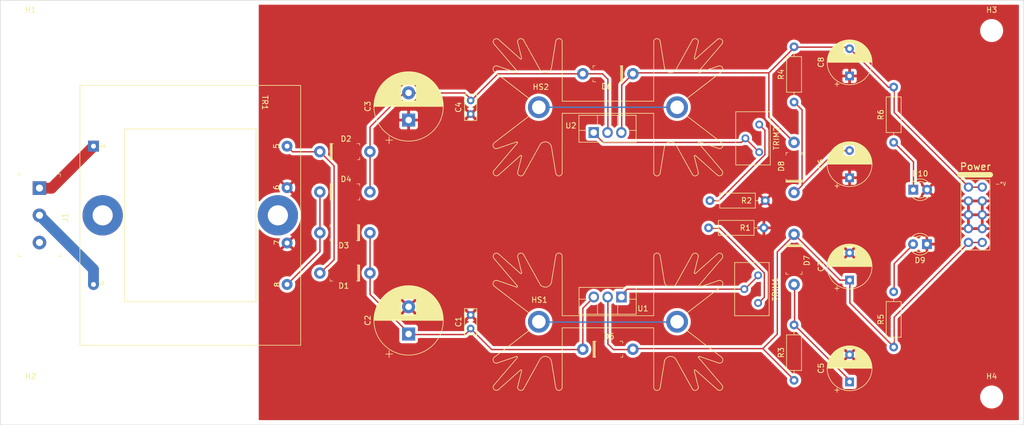
<source format=kicad_pcb>
(kicad_pcb (version 20211014) (generator pcbnew)
  (title_block (title "Linear PSU") (date "2022-01-03") (rev "0.1") (comment 1 "Based on CGS66 by Ken Stone") (comment 2 "CC-BY-NC"))
  (layers (0 "F.Cu" signal) (31 "B.Cu" signal) (34 "B.Paste" user) (35 "F.Paste" user) (36 "B.SilkS" user "B.Silkscreen") (37 "F.SilkS" user "F.Silkscreen") (38 "B.Mask" user) (39 "F.Mask" user) (44 "Edge.Cuts" user))
  (net 0 "")
  (net 1 "Net-(C1-Pad1)")
  (net 2 "GNDREF")
  (net 3 "Net-(C3-Pad2)")
  (net 4 "Net-(C5-Pad1)")
  (net 5 "Net-(C6-Pad2)")
  (net 6 "Net-(C7-Pad1)")
  (net 7 "Net-(C8-Pad2)")
  (net 8 "18Va")
  (net 9 "18Vb")
  (net 10 "Net-(D9-Pad2)")
  (net 11 "Net-(D10-Pad1)")
  (net 12 "unconnected-(HS1-Pad1)")
  (net 13 "unconnected-(HS2-Pad1)")
  (net 14 "Net-(J1-Pad1)")
  (net 15 "Net-(J1-Pad2)")
  (net 16 "Net-(R1-Pad1)")
  (net 17 "Net-(R2-Pad2)")
  (net 18 "Net-(TRIM1-Pad2)")
  (net 19 "Net-(TRIM2-Pad1)")
  (net 20 "GNDPWR")
  (footprint "Resistor_THT:R_Axial_DIN0207_L6.3mm_D2.5mm_P10.16mm_Horizontal" (layer "F.Cu") (at 192.1 103.8)
    (fp_text reference "R1" (at 6.731 0) (layer "F.SilkS"))
    (fp_text value "1K5Ω")
    (pad "1" thru_hole circle locked (at 0 0) (size 1.6 1.6) (drill 0.8) (layers *.Cu *.Mask) (net 16 "Net-(R1-Pad1)"))
    (pad "2" thru_hole oval locked (at 10.16 0) (size 1.6 1.6) (drill 0.8) (layers *.Cu *.Mask) (net 2 "GNDREF"))
  )
  (footprint "NeedlessMustard:164G36" (layer "F.Cu") (at 96.9 101.5 -90)
    (fp_text reference "TR1" (at -20.7 -13.71 -90 unlocked) (layer "F.SilkS"))
    (fp_text value "164G36")
    (fp_text user "6" (at -5.13 -15.84 90) (layer "F.SilkS"))
    (fp_text user "7" (at 5 -15.95 90) (layer "F.SilkS"))
    (fp_text user "8" (at 12.73 -15.99 90) (layer "F.SilkS"))
    (fp_text user "4" (at 12.5 16.11 90) (layer "F.SilkS"))
    (fp_text user "1" (at -12.72 16.11 90) (layer "F.SilkS"))
    (fp_text user "5" (at -12.72 -15.84 90) (layer "F.SilkS"))
    (pad "1" thru_hole rect (at -12.7 17.78 270) (size 2 2) (drill 0.9) (layers *.Cu *.Mask) (net 14 "Net-(J1-Pad1)"))
    (pad "4" thru_hole circle (at 12.7 17.78 270) (size 2 2) (drill 0.9) (layers *.Cu *.Mask) (net 15 "Net-(J1-Pad2)"))
    (pad "5" thru_hole circle (at -12.7 -17.78 270) (size 2 2) (drill 0.9) (layers *.Cu *.Mask) (net 8 "18Va"))
    (pad "6" thru_hole circle (at -5.08 -17.78 270) (size 2 2) (drill 0.9) (layers *.Cu *.Mask) (net 2 "GNDREF"))
    (pad "7" thru_hole circle (at 5.08 -17.78 270) (size 2 2) (drill 0.9) (layers *.Cu *.Mask) (net 2 "GNDREF"))
    (pad "8" thru_hole circle (at 12.7 -17.78 270) (size 2 2) (drill 0.9) (layers *.Cu *.Mask) (net 9 "18Vb"))
    (pad "a" connect circle (at 0 -16.0909 270) (size 7.4 7.4) (property pad_prop_heatsink) (layers "F.Cu" "F.Mask"))
    (pad "a" connect circle (at 0 -16.0909 270) (size 7.4 7.4) (layers "B.Cu" "B.Mask"))
    (pad "a" thru_hole circle (at 0 -16.0909 270) (size 4.1 4.1) (drill 3.7) (layers *.Cu *.Mask))
    (pad "b" connect circle (at 0 16.0909 270) (size 7.4 7.4) (layers "B.Cu" "B.Mask"))
    (pad "b" thru_hole circle (at 0 16.0909 270) (size 4.1 4.1) (drill 3.7) (layers *.Cu *.Mask))
    (pad "b" connect circle (at 0 16.0909 270) (size 7.4 7.4) (layers "F.Cu" "F.Mask"))
  )
  (footprint "Resistor_THT:R_Axial_DIN0207_L6.3mm_D2.5mm_P10.16mm_Horizontal" (layer "F.Cu") (at 226.1 88.1 90)
    (fp_text reference "R6" (at 5.08 -2.37 90) (layer "F.SilkS"))
    (fp_text value "1KΩ")
    (pad "1" thru_hole circle locked (at 0 0 90) (size 1.6 1.6) (drill 0.8) (layers *.Cu *.Mask) (net 11 "Net-(D10-Pad1)"))
    (pad "2" thru_hole oval locked (at 10.16 0 90) (size 1.6 1.6) (drill 0.8) (layers *.Cu *.Mask) (net 7 "Net-(C8-Pad2)"))
  )
  (footprint "Resistor_THT:R_Axial_DIN0207_L6.3mm_D2.5mm_P10.16mm_Horizontal" (layer "F.Cu") (at 226.1 125.7 90)
    (fp_text reference "R5" (at 5.08 -2.37 90) (layer "F.SilkS"))
    (fp_text value "1KΩ")
    (pad "1" thru_hole circle locked (at 0 0 90) (size 1.6 1.6) (drill 0.8) (layers *.Cu *.Mask) (net 6 "Net-(C7-Pad1)"))
    (pad "2" thru_hole oval locked (at 10.16 0 90) (size 1.6 1.6) (drill 0.8) (layers *.Cu *.Mask) (net 10 "Net-(D9-Pad2)"))
  )
  (footprint "digikey-footprints:DO-41" (layer "F.Cu") (at 129.9 104.7 180)
    (fp_text reference "D3" (at 4.8133 -2.34696) (layer "F.SilkS"))
    (fp_text value "1N4004")
    (pad "A" thru_hole circle locked (at 9.2 0 180) (size 2.1 2.1) (drill 1.1) (layers *.Cu *.Mask) (net 9 "18Vb"))
    (pad "K" thru_hole circle locked (at 0 0 180) (size 2.1 2.1) (drill 1.1) (layers *.Cu *.Mask) (net 1 "Net-(C1-Pad1)"))
  )
  (footprint "Capacitor_THT:CP_Radial_D8.0mm_P5.00mm" (layer "F.Cu") (at 218 113.4 90)
    (fp_text reference "C7" (at 2.5 -5.25 90) (layer "F.SilkS"))
    (fp_text value "22µF")
    (pad "1" thru_hole rect locked (at 0 0 90) (size 1.6 1.6) (drill 0.8) (layers *.Cu *.Mask) (net 6 "Net-(C7-Pad1)"))
    (pad "2" thru_hole circle locked (at 5 0 90) (size 1.6 1.6) (drill 0.8) (layers *.Cu *.Mask) (net 2 "GNDREF"))
  )
  (footprint "Package_TO_SOT_THT:TO-220F-3_Vertical" (layer "F.Cu") (at 176.1 116.5 180)
    (fp_text reference "U1" (at -3.937 -2.115) (layer "F.SilkS"))
    (fp_text value "LM317_TO-220")
    (pad "1" thru_hole rect locked (at 0 0 180) (size 1.905 2) (drill 1.2) (layers *.Cu *.Mask) (net 18 "Net-(TRIM1-Pad2)"))
    (pad "2" thru_hole oval locked (at 2.54 0 180) (size 1.905 2) (drill 1.2) (layers *.Cu *.Mask) (net 6 "Net-(C7-Pad1)"))
    (pad "3" thru_hole oval locked (at 5.08 0 180) (size 1.905 2) (drill 1.2) (layers *.Cu *.Mask) (net 1 "Net-(C1-Pad1)"))
  )
  (footprint "Potentiometer_THT:Potentiometer_Bourns_3299Y_Vertical" (layer "F.Cu") (at 201.4 89.9 -90)
    (fp_text reference "TRIM2" (at -2.54 -3.16 90) (layer "F.SilkS"))
    (fp_text value "TrimPot_3299Y_2k")
    (pad "1" thru_hole circle locked (at 0 0 270) (size 1.44 1.44) (drill 0.8) (layers *.Cu *.Mask) (net 19 "Net-(TRIM2-Pad1)"))
    (pad "2" thru_hole circle locked (at -2.54 2.54 270) (size 1.44 1.44) (drill 0.8) (layers *.Cu *.Mask) (net 19 "Net-(TRIM2-Pad1)"))
    (pad "3" thru_hole circle locked (at -5.08 0 270) (size 1.44 1.44) (drill 0.8) (layers *.Cu *.Mask) (net 17 "Net-(R2-Pad2)"))
  )
  (footprint "Capacitor_THT:CP_Radial_D8.0mm_P5.00mm" (layer "F.Cu") (at 218 94.6 90)
    (fp_text reference "C6" (at 2.5 -5.25 90) (layer "F.SilkS"))
    (fp_text value "10µF")
    (pad "1" thru_hole rect locked (at 0 0 90) (size 1.6 1.6) (drill 0.8) (layers *.Cu *.Mask) (net 2 "GNDREF"))
    (pad "2" thru_hole circle locked (at 5 0 90) (size 1.6 1.6) (drill 0.8) (layers *.Cu *.Mask) (net 5 "Net-(C6-Pad2)"))
  )
  (footprint "MountingHole:MountingHole_3.2mm_M3_DIN965" (layer "F.Cu") (at 244.094 134.874)
    (fp_text reference "H4" (at 0 -3.8) (layer "F.SilkS"))
    (fp_text value "MountingHole")
    (pad "" np_thru_hole circle locked (at 0 0) (size 3.2 3.2) (drill 3.2) (layers *.Cu *.Mask))
  )
  (footprint "digikey-footprints:DO-41" (layer "F.Cu") (at 120.7 89.8)
    (fp_text reference "D2" (at 4.8133 -2.34696) (layer "F.SilkS"))
    (fp_text value "1N4004")
    (pad "A" thru_hole circle locked (at 9.2 0) (size 2.1 2.1) (drill 1.1) (layers *.Cu *.Mask) (net 3 "Net-(C3-Pad2)"))
    (pad "K" thru_hole circle locked (at 0 0) (size 2.1 2.1) (drill 1.1) (layers *.Cu *.Mask) (net 8 "18Va"))
  )
  (footprint "Resistor_THT:R_Axial_DIN0207_L6.3mm_D2.5mm_P10.16mm_Horizontal" (layer "F.Cu") (at 207.8 131.8 90)
    (fp_text reference "R3" (at 5.08 -2.37 90) (layer "F.SilkS"))
    (fp_text value "220Ω")
    (pad "1" thru_hole circle locked (at 0 0 90) (size 1.6 1.6) (drill 0.8) (layers *.Cu *.Mask) (net 6 "Net-(C7-Pad1)"))
    (pad "2" thru_hole oval locked (at 10.16 0 90) (size 1.6 1.6) (drill 0.8) (layers *.Cu *.Mask) (net 4 "Net-(C5-Pad1)"))
  )
  (footprint "Potentiometer_THT:Potentiometer_Bourns_3299Y_Vertical" (layer "F.Cu") (at 201.2 117.6 -90)
    (fp_text reference "TRIM1" (at -2.54 -3.16 90) (layer "F.SilkS"))
    (fp_text value "TrimPot_3299Y_2k")
    (pad "1" thru_hole circle locked (at 0 0 270) (size 1.44 1.44) (drill 0.8) (layers *.Cu *.Mask) (net 16 "Net-(R1-Pad1)"))
    (pad "2" thru_hole circle locked (at -2.54 2.54 270) (size 1.44 1.44) (drill 0.8) (layers *.Cu *.Mask) (net 18 "Net-(TRIM1-Pad2)"))
    (pad "3" thru_hole circle locked (at -5.08 0 270) (size 1.44 1.44) (drill 0.8) (layers *.Cu *.Mask) (net 18 "Net-(TRIM1-Pad2)"))
  )
  (footprint "digikey-footprints:Term_Block_1x3_P5mm" (layer "F.Cu") (at 69.2 96.5 -90)
    (fp_text reference "J1" (at 5.4 -4.75 90) (layer "F.SilkS"))
    (fp_text value "OSTTC030162")
    (pad "1" thru_hole rect locked (at 0 0 270) (size 2.5 2.5) (drill 1.3) (layers *.Cu *.Mask) (net 14 "Net-(J1-Pad1)"))
    (pad "2" thru_hole circle locked (at 5 0 270) (size 2.5 2.5) (drill 1.3) (layers *.Cu *.Mask) (net 15 "Net-(J1-Pad2)"))
    (pad "3" thru_hole circle locked (at 10 0 270) (size 2.5 2.5) (drill 1.3) (layers *.Cu *.Mask) (net 20 "GNDPWR"))
  )
  (footprint "digikey-footprints:DO-41" (layer "F.Cu") (at 129.9 112.1 180)
    (fp_text reference "D1" (at 4.8133 -2.34696) (layer "F.SilkS"))
    (fp_text value "1N4004")
    (pad "A" thru_hole circle locked (at 9.2 0 180) (size 2.1 2.1) (drill 1.1) (layers *.Cu *.Mask) (net 8 "18Va"))
    (pad "K" thru_hole circle locked (at 0 0 180) (size 2.1 2.1) (drill 1.1) (layers *.Cu *.Mask) (net 1 "Net-(C1-Pad1)"))
  )
  (footprint "Capacitor_THT:CP_Radial_D8.0mm_P5.00mm" (layer "F.Cu") (at 218 75.9 90)
    (fp_text reference "C8" (at 2.5 -5.25 90) (layer "F.SilkS"))
    (fp_text value "22µF")
    (pad "1" thru_hole rect locked (at 0 0 90) (size 1.6 1.6) (drill 0.8) (layers *.Cu *.Mask) (net 2 "GNDREF"))
    (pad "2" thru_hole circle locked (at 5 0 90) (size 1.6 1.6) (drill 0.8) (layers *.Cu *.Mask) (net 7 "Net-(C8-Pad2)"))
  )
  (footprint "digikey-footprints:DO-41" (layer "F.Cu") (at 120.7 97.2)
    (fp_text reference "D4" (at 4.8133 -2.34696) (layer "F.SilkS"))
    (fp_text value "1N4004")
    (pad "A" thru_hole circle locked (at 9.2 0) (size 2.1 2.1) (drill 1.1) (layers *.Cu *.Mask) (net 3 "Net-(C3-Pad2)"))
    (pad "K" thru_hole circle locked (at 0 0) (size 2.1 2.1) (drill 1.1) (layers *.Cu *.Mask) (net 9 "18Vb"))
  )
  (footprint "MountingHole:MountingHole_3.2mm_M3_DIN965" (layer "F.Cu") (at 67.564 67.564)
    (fp_text reference "H1" (at 0 -3.8) (layer "F.SilkS"))
    (fp_text value "MountingHole")
    (pad "" np_thru_hole circle locked (at 0 0) (size 3.2 3.2) (drill 3.2) (layers *.Cu *.Mask))
  )
  (footprint "digikey-footprints:DO-41" (layer "F.Cu") (at 178.2 75.5 180)
    (fp_text reference "D6" (at 4.8133 -2.34696) (layer "F.SilkS"))
    (fp_text value "1N4004")
    (pad "A" thru_hole circle locked (at 9.2 0 180) (size 2.1 2.1) (drill 1.1) (layers *.Cu *.Mask) (net 3 "Net-(C3-Pad2)"))
    (pad "K" thru_hole circle locked (at 0 0 180) (size 2.1 2.1) (drill 1.1) (layers *.Cu *.Mask) (net 7 "Net-(C8-Pad2)"))
  )
  (footprint "LED_THT:LED_D3.0mm" (layer "F.Cu") (at 229.7 96.8)
    (fp_text reference "D10" (at 1.27 -2.96) (layer "F.SilkS"))
    (fp_text value "LED")
    (pad "1" thru_hole rect locked (at 0 0) (size 1.8 1.8) (drill 0.9) (layers *.Cu *.Mask) (net 11 "Net-(D10-Pad1)"))
    (pad "2" thru_hole circle locked (at 2.54 0) (size 1.8 1.8) (drill 0.9) (layers *.Cu *.Mask) (net 2 "GNDREF"))
  )
  (footprint "MountingHole:MountingHole_3.2mm_M3_DIN965" (layer "F.Cu") (at 67.564 134.874)
    (fp_text reference "H2" (at 0 -3.8) (layer "F.SilkS"))
    (fp_text value "MountingHole")
    (pad "" np_thru_hole circle locked (at 0 0) (size 3.2 3.2) (drill 3.2) (layers *.Cu *.Mask))
  )
  (footprint "Resistor_THT:R_Axial_DIN0207_L6.3mm_D2.5mm_P10.16mm_Horizontal" (layer "F.Cu") (at 202.5 98.8 180)
    (fp_text reference "R2" (at 3.429 0) (layer "F.SilkS"))
    (fp_text value "1K5Ω")
    (pad "1" thru_hole circle locked (at 0 0 180) (size 1.6 1.6) (drill 0.8) (layers *.Cu *.Mask) (net 2 "GNDREF"))
    (pad "2" thru_hole oval locked (at 10.16 0 180) (size 1.6 1.6) (drill 0.8) (layers *.Cu *.Mask) (net 17 "Net-(R2-Pad2)"))
  )
  (footprint "MountingHole:MountingHole_3.2mm_M3_DIN965" (layer "F.Cu") (at 244.094 67.564)
    (fp_text reference "H3" (at 0 -3.8) (layer "F.SilkS"))
    (fp_text value "MountingHole")
    (pad "" np_thru_hole circle locked (at 0 0) (size 3.2 3.2) (drill 3.2) (layers *.Cu *.Mask))
  )
  (footprint "Resistor_THT:R_Axial_DIN0207_L6.3mm_D2.5mm_P10.16mm_Horizontal" (layer "F.Cu") (at 207.8 80.7 90)
    (fp_text reference "R4" (at 5.08 -2.37 90) (layer "F.SilkS"))
    (fp_text value "220Ω")
    (pad "1" thru_hole circle locked (at 0 0 90) (size 1.6 1.6) (drill 0.8) (layers *.Cu *.Mask) (net 5 "Net-(C6-Pad2)"))
    (pad "2" thru_hole oval locked (at 10.16 0 90) (size 1.6 1.6) (drill 0.8) (layers *.Cu *.Mask) (net 7 "Net-(C8-Pad2)"))
  )
  (footprint "LED_THT:LED_D3.0mm" (layer "F.Cu") (at 232.2 106.8 180)
    (fp_text reference "D9" (at 1.27 -2.96) (layer "F.SilkS"))
    (fp_text value "LED")
    (pad "1" thru_hole rect locked (at 0 0 180) (size 1.8 1.8) (drill 0.9) (layers *.Cu *.Mask) (net 2 "GNDREF"))
    (pad "2" thru_hole circle locked (at 2.54 0 180) (size 1.8 1.8) (drill 0.9) (layers *.Cu *.Mask) (net 10 "Net-(D9-Pad2)"))
  )
  (footprint "Capacitor_THT:CP_Radial_D12.5mm_P5.00mm" (layer "F.Cu") (at 137 123.3 90)
    (fp_text reference "C2" (at 2.5 -7.5 90) (layer "F.SilkS"))
    (fp_text value "2200µF")
    (pad "1" thru_hole rect locked (at 0 0 90) (size 2.4 2.4) (drill 1.2) (layers *.Cu *.Mask) (net 1 "Net-(C1-Pad1)"))
    (pad "2" thru_hole circle locked (at 5 0 90) (size 2.4 2.4) (drill 1.2) (layers *.Cu *.Mask) (net 2 "GNDREF"))
  )
  (footprint "Capacitor_THT:CP_Radial_D8.0mm_P5.00mm" (layer "F.Cu") (at 218 132.1 90)
    (fp_text reference "C5" (at 2.5 -5.25 90) (layer "F.SilkS"))
    (fp_text value "10µF")
    (pad "1" thru_hole rect locked (at 0 0 90) (size 1.6 1.6) (drill 0.8) (layers *.Cu *.Mask) (net 4 "Net-(C5-Pad1)"))
    (pad "2" thru_hole circle locked (at 5 0 90) (size 1.6 1.6) (drill 0.8) (layers *.Cu *.Mask) (net 2 "GNDREF"))
  )
  (footprint "Capacitor_THT:C_Rect_L4.6mm_W2.0mm_P2.50mm_MKS02_FKP02" (layer "F.Cu") (at 148.4 122.3 90)
    (fp_text reference "C1" (at 1.25 -2.25 90) (layer "F.SilkS"))
    (fp_text value "100nF")
    (pad "1" thru_hole circle locked (at 0 0 90) (size 1.4 1.4) (drill 0.7) (layers *.Cu *.Mask) (net 1 "Net-(C1-Pad1)"))
    (pad "2" thru_hole circle locked (at 2.5 0 90) (size 1.4 1.4) (drill 0.7) (layers *.Cu *.Mask) (net 2 "GNDREF"))
  )
  (footprint "NeedlessMustard:HS346-ND" (layer "F.Cu") (at 173.6 121.2)
    (fp_text reference "HS1" (at -12.573 -4.168 unlocked) (layer "F.SilkS"))
    (fp_text value "Heatsink")
    (pad "1" thru_hole circle (at 12.72 -0.15) (size 4 4) (drill 2.5) (property pad_prop_heatsink) (layers *.Cu *.Mask) (net 12 "unconnected-(HS1-Pad1)"))
    (pad "1" thru_hole circle (at -12.68 -0.15 180) (size 4 4) (drill 2.5) (property pad_prop_heatsink) (layers *.Cu *.Mask) (net 12 "unconnected-(HS1-Pad1)"))
  )
  (footprint "digikey-footprints:DO-41" (layer "F.Cu") (at 169 126.1)
    (fp_text reference "D5" (at 4.8133 -2.34696) (layer "F.SilkS"))
    (fp_text value "1N4004")
    (pad "A" thru_hole circle locked (at 9.2 0) (size 2.1 2.1) (drill 1.1) (layers *.Cu *.Mask) (net 6 "Net-(C7-Pad1)"))
    (pad "K" thru_hole circle locked (at 0 0) (size 2.1 2.1) (drill 1.1) (layers *.Cu *.Mask) (net 1 "Net-(C1-Pad1)"))
  )
  (footprint "digikey-footprints:DO-41" (layer "F.Cu") (at 207.8 97.3 90)
    (fp_text reference "D8" (at 4.8133 -2.34696 90) (layer "F.SilkS"))
    (fp_text value "1N4004")
    (pad "A" thru_hole circle locked (at 9.2 0 90) (size 2.1 2.1) (drill 1.1) (layers *.Cu *.Mask) (net 7 "Net-(C8-Pad2)"))
    (pad "K" thru_hole circle locked (at 0 0 90) (size 2.1 2.1) (drill 1.1) (layers *.Cu *.Mask) (net 5 "Net-(C6-Pad2)"))
  )
  (footprint "4ms_Connector:Pins_2x05_2.54mm_TH_Europower" (layer "F.Cu") (at 241.1 101.4 180)
    (fp_text reference "J2" hide)
    (fp_text value "Power" (at 0 8.85) (layer "F.SilkS") (effects (font (size 1.27 1.27) (thickness 0.2032))))
    (fp_text user "-*V" (at -4.648 5.67) (layer "F.SilkS") (effects (font (size 0.7 0.7) (thickness 0.1))))
    (pad "1" thru_hole oval locked (at -1.27 -5.08 180) (size 1.7 1.7) (drill 1) (layers *.Cu *.Mask) (net 6 "Net-(C7-Pad1)"))
    (pad "2" thru_hole oval locked (at 1.27 -5.08 180) (size 1.7 1.7) (drill 1) (layers *.Cu *.Mask) (net 6 "Net-(C7-Pad1)"))
    (pad "3" thru_hole oval locked (at -1.27 -2.54 180) (size 1.7 1.7) (drill 1) (layers *.Cu *.Mask) (net 2 "GNDREF"))
    (pad "4" thru_hole oval locked (at 1.27 -2.54 180) (size 1.7 1.7) (drill 1) (layers *.Cu *.Mask) (net 2 "GNDREF"))
    (pad "5" thru_hole oval locked (at -1.27 0 180) (size 1.7 1.7) (drill 1) (layers *.Cu *.Mask) (net 2 "GNDREF"))
    (pad "6" thru_hole oval locked (at 1.27 0 180) (size 1.7 1.7) (drill 1) (layers *.Cu *.Mask) (net 2 "GNDREF"))
    (pad "7" thru_hole oval locked (at -1.27 2.54 180) (size 1.7 1.7) (drill 1) (layers *.Cu *.Mask) (net 2 "GNDREF"))
    (pad "8" thru_hole oval locked (at 1.27 2.54 180) (size 1.7 1.7) (drill 1) (layers *.Cu *.Mask) (net 2 "GNDREF"))
    (pad "9" thru_hole oval locked (at -1.27 5.08 180) (size 1.7 1.7) (drill 1) (layers *.Cu *.Mask) (net 7 "Net-(C8-Pad2)"))
    (pad "10" thru_hole oval locked (at 1.27 5.08 180) (size 1.7 1.7) (drill 1) (layers *.Cu *.Mask) (net 7 "Net-(C8-Pad2)"))
  )
  (footprint "Capacitor_THT:CP_Radial_D12.5mm_P5.00mm" (layer "F.Cu") (at 137 84 90)
    (fp_text reference "C3" (at 2.5 -7.5 90) (layer "F.SilkS"))
    (fp_text value "2200µF")
    (pad "1" thru_hole rect locked (at 0 0 90) (size 2.4 2.4) (drill 1.2) (layers *.Cu *.Mask) (net 2 "GNDREF"))
    (pad "2" thru_hole circle locked (at 5 0 90) (size 2.4 2.4) (drill 1.2) (layers *.Cu *.Mask) (net 3 "Net-(C3-Pad2)"))
  )
  (footprint "digikey-footprints:DO-41" (layer "F.Cu") (at 207.8 105 -90)
    (fp_text reference "D7" (at 4.8133 -2.34696 90) (layer "F.SilkS"))
    (fp_text value "1N4004")
    (pad "A" thru_hole circle locked (at 9.2 0 270) (size 2.1 2.1) (drill 1.1) (layers *.Cu *.Mask) (net 4 "Net-(C5-Pad1)"))
    (pad "K" thru_hole circle locked (at 0 0 270) (size 2.1 2.1) (drill 1.1) (layers *.Cu *.Mask) (net 6 "Net-(C7-Pad1)"))
  )
  (footprint "NeedlessMustard:HS346-ND" (layer "F.Cu") (at 173.6 81.8)
    (fp_text reference "HS2" (at -12.319 -3.877 unlocked) (layer "F.SilkS"))
    (fp_text value "Heatsink")
    (pad "1" thru_hole circle (at 12.72 -0.15) (size 4 4) (drill 2.5) (property pad_prop_heatsink) (layers *.Cu *.Mask) (net 13 "unconnected-(HS2-Pad1)"))
    (pad "1" thru_hole circle (at -12.68 -0.15 180) (size 4 4) (drill 2.5) (property pad_prop_heatsink) (layers *.Cu *.Mask) (net 13 "unconnected-(HS2-Pad1)"))
  )
  (footprint "Package_TO_SOT_THT:TO-220F-3_Vertical" (layer "F.Cu") (at 171 86.3)
    (fp_text reference "U2" (at -4.191 -1.27) (layer "F.SilkS"))
    (fp_text value "LM337_TO-220")
    (pad "1" thru_hole rect locked (at 0 0) (size 1.905 2) (drill 1.2) (layers *.Cu *.Mask) (net 19 "Net-(TRIM2-Pad1)"))
    (pad "2" thru_hole oval locked (at 2.54 0) (size 1.905 2) (drill 1.2) (layers *.Cu *.Mask) (net 3 "Net-(C3-Pad2)"))
    (pad "3" thru_hole oval locked (at 5.08 0) (size 1.905 2) (drill 1.2) (layers *.Cu *.Mask) (net 7 "Net-(C8-Pad2)"))
  )
  (footprint "Capacitor_THT:C_Rect_L4.6mm_W2.0mm_P2.50mm_MKS02_FKP02" (layer "F.Cu") (at 148.4 82.9 90)
    (fp_text reference "C4" (at 1.25 -2.25 90) (layer "F.SilkS"))
    (fp_text value "100nF")
    (pad "1" thru_hole circle locked (at 0 0 90) (size 1.4 1.4) (drill 0.7) (layers *.Cu *.Mask) (net 2 "GNDREF"))
    (pad "2" thru_hole circle locked (at 2.5 0 90) (size 1.4 1.4) (drill 0.7) (layers *.Cu *.Mask) (net 3 "Net-(C3-Pad2)"))
  )
  (gr_rect (start 62 62) (end 250 140) (layer "Edge.Cuts") (width 0.1) (fill none))
  (segment (start 148.463 122.362) (end 152.256 126.155) (width 0.25) (layer "F.Cu") (net 1))
  (segment (start 129.921 104.734332) (end 129.921 112.185) (width 0.25) (layer "F.Cu") (net 1))
  (segment (start 169.009 126.155) (end 169.009 118.563) (width 0.25) (layer "F.Cu") (net 1))
  (segment (start 129.921 112.185) (end 129.921 116.032959) (width 0.25) (layer "F.Cu") (net 1))
  (segment (start 152.256 126.155) (end 169.009 126.155) (width 0.25) (layer "F.Cu") (net 1))
  (segment (start 137.033 123.398959) (end 147.389041 123.398959) (width 0.25) (layer "F.Cu") (net 1))
  (segment (start 147.389041 123.398959) (end 148.463 122.325) (width 0.25) (layer "F.Cu") (net 1))
  (segment (start 129.921 116.032959) (end 137.033 123.144959) (width 0.25) (layer "F.Cu") (net 1))
  (segment (start 169.009 118.563) (end 171.069 116.503) (width 0.25) (layer "F.Cu") (net 1))
  (segment (start 129.921 97.283666) (end 129.921 89.833) (width 0.25) (layer "F.Cu") (net 3))
  (segment (start 173.609 76.521) (end 173.609 86.36) (width 0.25) (layer "F.Cu") (net 3))
  (segment (start 147.290959 79.028959) (end 148.717 80.455) (width 0.25) (layer "F.Cu") (net 3))
  (segment (start 129.921 85.261) (end 137.033 78.149) (width 0.25) (layer "F.Cu") (net 3))
  (segment (start 153.413 75.505) (end 169.009 75.505) (width 0.25) (layer "F.Cu") (net 3))
  (segment (start 129.921 89.833) (end 129.921 85.378959) (width 0.25) (layer "F.Cu") (net 3))
  (segment (start 137.033 79.028959) (end 147.290959 79.028959) (width 0.25) (layer "F.Cu") (net 3))
  (segment (start 148.463 80.455) (end 153.413 75.505) (width 0.25) (layer "F.Cu") (net 3))
  (segment (start 169.009 75.505) (end 172.593 75.505) (width 0.25) (layer "F.Cu") (net 3))
  (segment (start 172.593 75.505) (end 173.609 76.521) (width 0.25) (layer "F.Cu") (net 3))
  (segment (start 207.899 121.666) (end 218.059 131.826) (width 0.25) (layer "F.Cu") (net 4))
  (segment (start 207.899 121.666) (end 207.899 114.251332) (width 0.25) (layer "F.Cu") (net 4))
  (segment (start 218.059 131.826) (end 218.059 132.150868) (width 0.25) (layer "F.Cu") (net 4))
  (segment (start 209.273511 95.907489) (end 215.530566 89.650434) (width 0.25) (layer "F.Cu") (net 5))
  (segment (start 215.530566 89.650434) (end 218.059 89.650434) (width 0.25) (layer "F.Cu") (net 5))
  (segment (start 207.899 80.772) (end 209.273511 82.146511) (width 0.25) (layer "F.Cu") (net 5))
  (segment (start 209.273511 95.907489) (end 209.273511 96.012155) (width 0.25) (layer "F.Cu") (net 5))
  (segment (start 209.273511 82.146511) (end 209.273511 95.907489) (width 0.25) (layer "F.Cu") (net 5))
  (segment (start 209.273511 96.012155) (end 207.899 97.386666) (width 0.25) (layer "F.Cu") (net 5))
  (segment (start 204.724 108.204) (end 204.724 123.317) (width 0.25) (layer "F.Cu") (net 6))
  (segment (start 239.903 106.4885) (end 226.187 120.2045) (width 0.25) (layer "F.Cu") (net 6))
  (segment (start 174.625 126.155) (end 173.609 125.139) (width 0.25) (layer "F.Cu") (net 6))
  (segment (start 218.059 113.400651) (end 216.248319 113.400651) (width 0.25) (layer "F.Cu") (net 6))
  (segment (start 207.899 105.051332) (end 204.724 108.204) (width 0.25) (layer "F.Cu") (net 6))
  (segment (start 218.059 113.400651) (end 218.059 117.602) (width 0.25) (layer "F.Cu") (net 6))
  (segment (start 204.724 123.317) (end 202.057 125.984) (width 0.25) (layer "F.Cu") (net 6))
  (segment (start 242.443 106.4885) (end 239.903 106.4885) (width 0.25) (layer "F.Cu") (net 6))
  (segment (start 226.187 120.2045) (end 226.187 125.73) (width 0.25) (layer "F.Cu") (net 6))
  (segment (start 216.248319 113.400651) (end 207.899 105.051332) (width 0.25) (layer "F.Cu") (net 6))
  (segment (start 173.609 125.139) (end 173.609 116.503) (width 0.25) (layer "F.Cu") (net 6))
  (segment (start 177.955 125.984) (end 202.057 125.984) (width 0.25) (layer "F.Cu") (net 6))
  (segment (start 178.209 126.155) (end 174.625 126.155) (width 0.25) (layer "F.Cu") (net 6))
  (segment (start 202.057 125.984) (end 207.899 131.826) (width 0.25) (layer "F.Cu") (net 6))
  (segment (start 218.059 117.602) (end 226.187 125.73) (width 0.25) (layer "F.Cu") (net 6))
  (segment (start 207.899 70.612) (end 217.770783 70.612) (width 0.25) (layer "F.Cu") (net 7))
  (segment (start 203.177 75.334) (end 207.899 70.612) (width 0.25) (layer "F.Cu") (net 7))
  (segment (start 207.899 88.186666) (end 203.177 83.464666) (width 0.25) (layer "F.Cu") (net 7))
  (segment (start 239.903 96.3285) (end 242.443 96.3285) (width 0.25) (layer "F.Cu") (net 7))
  (segment (start 218.059 70.900217) (end 225.136783 77.978) (width 0.25) (layer "F.Cu") (net 7))
  (segment (start 225.136783 77.978) (end 226.187 77.978) (width 0.25) (layer "F.Cu") (net 7))
  (segment (start 176.149 77.565) (end 176.149 86.36) (width 0.25) (layer "F.Cu") (net 7))
  (segment (start 203.177 83.464666) (end 203.177 75.334) (width 0.25) (layer "F.Cu") (net 7))
  (segment (start 226.187 82.6125) (end 239.903 96.3285) (width 0.25) (layer "F.Cu") (net 7))
  (segment (start 177.955 75.334) (end 203.177 75.334) (width 0.25) (layer "F.Cu") (net 7))
  (segment (start 226.187 77.978) (end 226.187 82.6125) (width 0.25) (layer "F.Cu") (net 7))
  (segment (start 178.209 75.505) (end 176.149 77.565) (width 0.25) (layer "F.Cu") (net 7))
  (segment (start 217.770783 70.612) (end 218.059 70.900217) (width 0.25) (layer "F.Cu") (net 7))
  (segment (start 122.095511 110.810489) (end 122.151511 110.810489) (width 0.25) (layer "F.Cu") (net 8))
  (segment (start 123.317 109.645) (end 123.317 92.429) (width 0.25) (layer "F.Cu") (net 8))
  (segment (start 114.681 88.817) (end 115.697 89.833) (width 0.25) (layer "F.Cu") (net 8))
  (segment (start 120.721 112.185) (end 122.095511 110.810489) (width 0.25) (layer "F.Cu") (net 8))
  (segment (start 123.317 92.429) (end 120.721 89.833) (width 0.25) (layer "F.Cu") (net 8))
  (segment (start 122.151511 110.810489) (end 123.317 109.645) (width 0.25) (layer "F.Cu") (net 8))
  (segment (start 115.697 89.833) (end 120.721 89.833) (width 0.25) (layer "F.Cu") (net 8))
  (segment (start 120.721 97.283666) (end 120.721 104.734332) (width 0.25) (layer "F.Cu") (net 9))
  (segment (start 114.681 114.217) (end 120.721 108.177) (width 0.25) (layer "F.Cu") (net 9))
  (segment (start 120.721 108.177) (end 120.721 104.734332) (width 0.25) (layer "F.Cu") (net 9))
  (segment (start 226.187 115.57) (end 226.187 110.387) (width 0.25) (layer "F.Cu") (net 10))
  (segment (start 226.187 110.387) (end 229.748 106.826) (width 0.25) (layer "F.Cu") (net 10))
  (segment (start 229.738 96.882) (end 229.738 91.689) (width 0.25) (layer "F.Cu") (net 11))
  (segment (start 229.738 91.689) (end 226.187 88.138) (width 0.25) (layer "F.Cu") (net 11))
  (segment (start 160.929 121.112) (end 186.329 121.112) (width 0.25) (layer "B.Cu") (net 12))
  (segment (start 160.92 81.65) (end 186.32 81.65) (width 0.25) (layer "B.Cu") (net 13))
  (segment (start 71.421 96.517) (end 79.121 88.817) (width 2) (layer "F.Cu") (net 14))
  (segment (start 69.215 96.517) (end 71.421 96.517) (width 2) (layer "F.Cu") (net 14))
  (segment (start 79.12 111.422) (end 79.12 114.2) (width 2) (layer "B.Cu") (net 15))
  (segment (start 69.215 101.517) (end 79.12 111.422) (width 2) (layer "B.Cu") (net 15))
  (segment (start 192.151 103.886) (end 194.136163 103.886) (width 0.25) (layer "F.Cu") (net 16))
  (segment (start 202.339511 116.557489) (end 201.295 117.602) (width 0.25) (layer "F.Cu") (net 16))
  (segment (start 202.339511 112.089348) (end 202.339511 116.557489) (width 0.25) (layer "F.Cu") (net 16))
  (segment (start 194.136163 103.886) (end 202.339511 112.089348) (width 0.25) (layer "F.Cu") (net 16))
  (segment (start 194.001163 98.806) (end 202.448511 90.358652) (width 0.25) (layer "F.Cu") (net 17))
  (segment (start 202.448511 90.358652) (end 202.448511 85.890511) (width 0.25) (layer "F.Cu") (net 17))
  (segment (start 192.405 98.806) (end 194.001163 98.806) (width 0.25) (layer "F.Cu") (net 17))
  (segment (start 202.448511 85.890511) (end 201.404 84.846) (width 0.25) (layer "F.Cu") (net 17))
  (segment (start 177.165 115.062) (end 175.895 116.332) (width 0.25) (layer "F.Cu") (net 18))
  (segment (start 198.755 115.062) (end 201.295 112.522) (width 0.25) (layer "F.Cu") (net 18))
  (segment (start 198.755 115.062) (end 177.165 115.062) (width 0.25) (layer "F.Cu") (net 18))
  (segment (start 198.864 87.386) (end 198.144001 88.105999) (width 0.25) (layer "F.Cu") (net 19))
  (segment (start 198.864 87.386) (end 201.404 89.926) (width 0.25) (layer "F.Cu") (net 19))
  (segment (start 198.144001 88.105999) (end 172.731999 88.105999) (width 0.25) (layer "F.Cu") (net 19))
  (segment (start 172.731999 88.105999) (end 170.815 86.189) (width 0.25) (layer "F.Cu") (net 19))
  (zone (net 0) (net_name "") (layers F&B.Cu) (connect_pads (clearance 0)) (min_thickness 0.254)
    (keepout (tracks not_allowed) (vias allowed) (pads allowed) (copperpour not_allowed) (footprints allowed))
    (fill (thermal_gap 0.508) (thermal_bridge_width 0.508))
    (polygon (pts (xy 109.22 139.954) (xy 83.82 139.954) (xy 83.82 61.976) (xy 109.22 61.976)))
  )
  (zone (net 2) (net_name "GNDREF") (layer "F.Cu") (connect_pads (clearance 0.508)) (min_thickness 0.254) (fill yes (thermal_gap 0.508) (thermal_bridge_width 0.508))
    (polygon (pts (xy 249.428 139.446) (xy 109.474 139.446) (xy 109.474 62.484) (xy 249.428 62.484)))
  )
)
</source>
